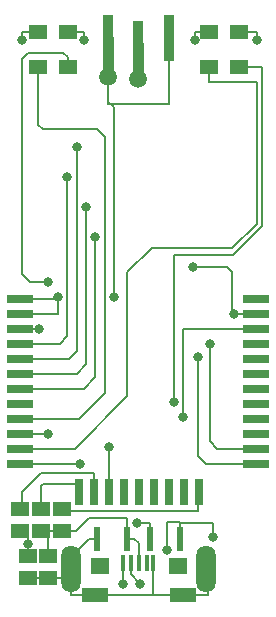
<source format=gbr>
G04 DipTrace 3.3.1.1*
G04 Top.gbr*
%MOMM*%
G04 #@! TF.FileFunction,Copper,L1,Top*
G04 #@! TF.Part,Single*
G04 #@! TA.AperFunction,Conductor*
%ADD13C,0.2*%
%ADD14C,0.9*%
%ADD17R,1.5X1.3*%
%ADD18R,1.6X1.2*%
G04 #@! TA.AperFunction,ComponentPad*
%ADD19C,1.5*%
%ADD25R,2.3X0.71*%
%ADD26R,0.71X2.3*%
%ADD27R,0.9X4.0*%
%ADD28R,0.4X1.35*%
%ADD29R,1.5X1.4*%
%ADD30R,2.3X1.3*%
%ADD31R,0.5X2.1*%
G04 #@! TA.AperFunction,ComponentPad*
%ADD32O,1.65X4.0*%
G04 #@! TA.AperFunction,ViaPad*
%ADD34C,0.8*%
%FSLAX35Y35*%
G04*
G71*
G90*
G75*
G01*
G04 Top*
%LPD*%
X1362937Y1213760D2*
D13*
X1188293D1*
X2694303Y1287170D2*
X2712453D1*
Y1073273D1*
X2503003D1*
X1123387Y3579337D2*
X1442320D1*
Y3595260D1*
X1124787Y3452237D2*
X1442320D1*
Y3579337D1*
X1753003Y1073273D2*
X2252027D1*
Y1340773D1*
X1554303Y1287170D2*
Y1073273D1*
X1753003D1*
X1188293Y1213760D2*
X1554303D1*
Y1287170D1*
Y1394657D1*
X1706813Y1547167D1*
X1774303D1*
X2503003Y1073273D2*
X2252027D1*
X1918620Y3595260D2*
Y5198803D1*
X1870990Y5246433D1*
Y5452830D1*
D14*
Y5786207D1*
X1870017D1*
X1870990Y5452830D2*
D13*
Y5230557D1*
X2380017D1*
Y5786207D1*
X2725017Y5837207D2*
X2601317D1*
Y5770363D1*
X1874487Y1944837D2*
Y2325130D1*
X1998003Y1166130D2*
Y1340773D1*
X2474303Y1547167D2*
Y1682173D1*
X2755523D1*
Y1562970D1*
X2363167Y1451910D2*
Y1690060D1*
X2474303D1*
Y1547167D1*
X1474073Y1801197D2*
Y1785320D1*
X2633070D1*
Y1948253D1*
X2636487Y1944837D1*
X3125247Y5770363D2*
Y5833870D1*
X2975017D1*
Y5837207D1*
X1123487Y3325437D2*
X1283553D1*
Y3325357D1*
X1525017Y5837207D2*
X1664593D1*
Y5770363D1*
X1140663D2*
Y5837207D1*
X1275017D1*
X2426673Y2706167D2*
Y3944547D1*
X2926190D1*
X3172877Y4191233D1*
Y5537207D1*
X2975017D1*
X1124787Y2182237D2*
X1632840D1*
X2725017Y5537207D2*
Y5412847D1*
X3125247D1*
Y4214450D1*
X2918850Y4008053D1*
X2236153D1*
X2029757Y3801657D1*
Y2753797D1*
X1585397Y2309437D1*
X1123487D1*
X1124787Y2436237D2*
X1362937Y2436263D1*
X1525017Y5537207D2*
Y5624160D1*
X1489950Y5659227D1*
X1188293D1*
X1140663Y5611597D1*
Y3788040D1*
X1206430Y3722273D1*
X1362937D1*
X1275017Y5537207D2*
Y5053327D1*
X1315027Y5013317D1*
X1770697D1*
X1839237Y4944777D1*
Y2780863D1*
X1621810Y2563437D1*
X1123487D1*
X2125017Y5436953D2*
D14*
Y5738610D1*
X2585440Y3849287D2*
D13*
X2877017D1*
X2918850Y3807453D1*
Y3452537D1*
X3123287D1*
X2929777D2*
X3123287D1*
X2728330Y3198343D2*
Y2372757D1*
X2791450Y2309637D1*
X3121887D1*
X2024303Y1547167D2*
X2088010D1*
X2128010Y1507167D1*
Y1468273D1*
X2128003Y1468267D1*
Y1340773D1*
X1474073Y1611197D2*
X1599290D1*
X1709907Y1721813D1*
X2024303D1*
Y1547167D1*
X1299430Y1611197D2*
X1474073D1*
X1362937Y1403760D2*
Y1611197D1*
X1299430D1*
X2109310Y1682173D2*
X2224303D1*
Y1547167D1*
X1188293Y1403760D2*
Y1611197D1*
X1124787D1*
X2140893Y1166130D2*
X2063003Y1244020D1*
Y1340773D1*
X1188293Y1499540D2*
Y1403760D1*
X1620487Y1944837D2*
Y2007593D1*
X1315307D1*
X1299430Y1991717D1*
Y1801197D1*
X1124787D2*
X1140663D1*
Y1944087D1*
X1299430Y2102853D1*
X1747487D1*
Y1944837D1*
X2633070Y3087233D2*
Y2245743D1*
X2696277Y2182537D1*
X3123287D1*
X3121887Y3325637D2*
X2506057D1*
Y2579153D1*
X1601087Y4865393D2*
Y3134837D1*
X1537587Y3071337D1*
X1123387D1*
X1521703Y4611367D2*
Y3261850D1*
X1458090Y3198237D1*
X1124787D1*
X1680470Y4357340D2*
Y3023700D1*
X1601007Y2944237D1*
X1124787D1*
X1759853Y4103313D2*
Y2912563D1*
X1664727Y2817437D1*
X1123487D1*
D34*
X1918620Y3595260D3*
X1874487Y2325130D3*
X2929777Y3452537D3*
X2728330Y3198343D3*
X1188293Y1499540D3*
X2633070Y3087233D3*
X2506057Y2579153D3*
X1442320Y3595260D3*
X2601317Y5770363D3*
X2755523Y1562970D3*
X1998003Y1166130D3*
X2363167Y1451910D3*
X3125247Y5770363D3*
X1283553Y3325357D3*
X1664593Y5770363D3*
X1140663D3*
X2426673Y2706167D3*
X1632840Y2182237D3*
X1362937Y2436263D3*
Y3722273D3*
X2585440Y3849287D3*
X2109310Y1682173D3*
X2140893Y1166130D3*
X1601087Y4865393D3*
X1521703Y4611367D3*
X1680470Y4357340D3*
X1759853Y4103313D3*
D17*
X1362937Y1213760D3*
Y1403760D3*
X1188293Y1213760D3*
Y1403760D3*
D18*
X2725017Y5537207D3*
Y5837207D3*
X2975017Y5537207D3*
Y5837207D3*
X1525017Y5537207D3*
Y5837207D3*
X1275017Y5537207D3*
Y5837207D3*
D19*
X2125017Y5436953D3*
X1870990Y5452830D3*
D17*
X1299430Y1801197D3*
Y1611197D3*
X1124787Y1801197D3*
Y1611197D3*
X1474073Y1801197D3*
Y1611197D3*
D25*
X1124787Y2182237D3*
X1123487Y2309437D3*
X1124787Y2436237D3*
X1123487Y2563437D3*
X1124787Y2690237D3*
X1123487Y2817437D3*
X1124787Y2944237D3*
X1123387Y3071337D3*
X3123287Y2182537D3*
X3121887Y2309637D3*
X3123287Y2436537D3*
X3121887Y2563637D3*
X3123287Y2690537D3*
X3121887Y2817637D3*
X3123287Y2944537D3*
X3121887Y3071637D3*
D26*
X1620487Y1944837D3*
X1747487D3*
X1874487D3*
X2001487D3*
X2128487D3*
X2255487D3*
X2382487D3*
X2509487D3*
X2636487D3*
D25*
X3123287Y3198537D3*
X3121887Y3325637D3*
X3123287Y3452537D3*
X3121887Y3579637D3*
X1124787Y3198237D3*
X1123487Y3325437D3*
X1124787Y3452237D3*
X1123387Y3579337D3*
D27*
X2380017Y5786207D3*
X1870017D3*
X2125017Y5738610D3*
D28*
X1998003Y1340773D3*
X2063003D3*
X2128003D3*
X2193003D3*
D29*
X1798003Y1318273D3*
X2458003D3*
D30*
X1753003Y1073273D3*
X2503003D3*
D28*
X2252027Y1340773D3*
D31*
X2474303Y1547168D3*
X2224303D3*
X2024303D3*
X1774303D3*
D32*
X1554303Y1287171D3*
X2694303D3*
M02*

</source>
